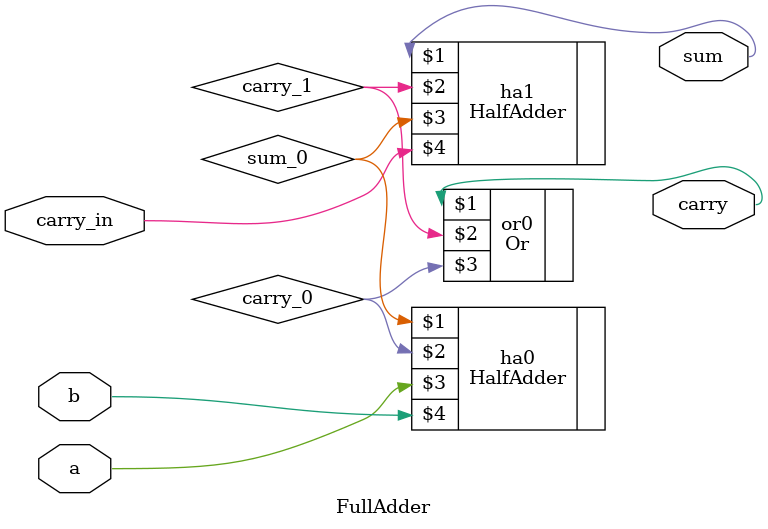
<source format=v>
`default_nettype none

module FullAdder(
  output wire sum,
  output wire carry,
  input wire a,
  input wire b,
  input wire carry_in);

    wire sum_0;
    wire carry_0;
    wire carry_1;

    HalfAdder ha0(sum_0, carry_0, a, b);
    HalfAdder ha1(sum, carry_1, sum_0, carry_in);
    Or or0(carry, carry_1, carry_0);
endmodule

</source>
